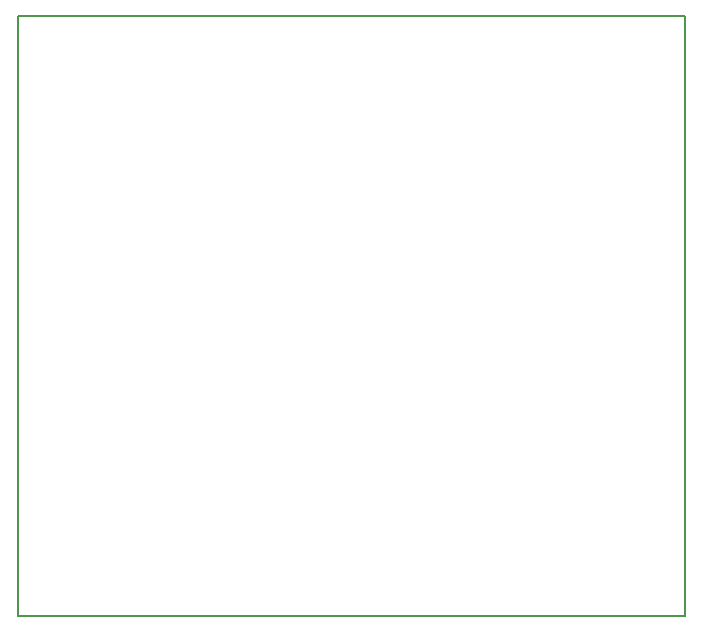
<source format=gbr>
G04 #@! TF.FileFunction,Profile,NP*
%FSLAX46Y46*%
G04 Gerber Fmt 4.6, Leading zero omitted, Abs format (unit mm)*
G04 Created by KiCad (PCBNEW 4.0.6-e0-6349~53~ubuntu16.04.1) date Sun Apr  2 16:21:01 2017*
%MOMM*%
%LPD*%
G01*
G04 APERTURE LIST*
%ADD10C,0.100000*%
%ADD11C,0.150000*%
G04 APERTURE END LIST*
D10*
D11*
X83820000Y-106680000D02*
X140335000Y-106680000D01*
X83820000Y-55880000D02*
X83820000Y-106680000D01*
X140335000Y-55880000D02*
X83820000Y-55880000D01*
X140335000Y-106680000D02*
X140335000Y-55880000D01*
M02*

</source>
